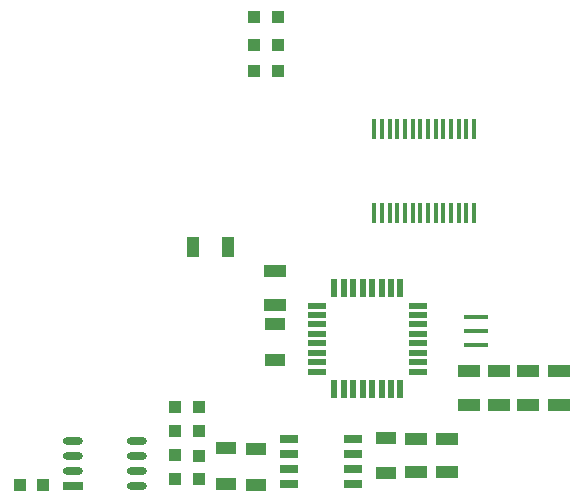
<source format=gbp>
G04*
G04 #@! TF.GenerationSoftware,Altium Limited,Altium Designer,19.1.6 (110)*
G04*
G04 Layer_Color=128*
%FSLAX44Y44*%
%MOMM*%
G71*
G01*
G75*
%ADD19R,1.8000X1.0500*%
%ADD21R,1.7000X0.6500*%
%ADD22O,1.7000X0.6500*%
%ADD27R,1.0500X1.8000*%
%ADD30R,1.8700X1.0300*%
%ADD31R,2.0000X0.4000*%
%ADD32R,1.5250X0.6500*%
%ADD72R,0.4000X1.8000*%
%ADD73R,1.0000X1.0000*%
%ADD74R,0.5000X1.5000*%
%ADD75R,1.5000X0.5000*%
%ADD76R,1.0000X1.0000*%
D19*
X204000Y201000D02*
D03*
Y171000D02*
D03*
X229750Y200500D02*
D03*
Y170500D02*
D03*
X340000Y210000D02*
D03*
Y180000D02*
D03*
X246000Y306000D02*
D03*
Y276000D02*
D03*
D21*
X75000Y168900D02*
D03*
D22*
X129000Y207000D02*
D03*
Y194300D02*
D03*
Y181600D02*
D03*
Y168900D02*
D03*
X75000Y207000D02*
D03*
Y194300D02*
D03*
Y181600D02*
D03*
D27*
X206000Y372000D02*
D03*
X176000D02*
D03*
D30*
X246000Y322600D02*
D03*
Y351000D02*
D03*
X486000Y237800D02*
D03*
Y266200D02*
D03*
X435000Y237800D02*
D03*
Y266200D02*
D03*
X365000Y209400D02*
D03*
Y181000D02*
D03*
X391000Y209400D02*
D03*
Y181000D02*
D03*
X459842Y266200D02*
D03*
Y237800D02*
D03*
X410158D02*
D03*
Y266200D02*
D03*
D31*
X415798Y288736D02*
D03*
Y300736D02*
D03*
Y312736D02*
D03*
D32*
X312120Y209050D02*
D03*
Y196350D02*
D03*
Y183650D02*
D03*
Y170950D02*
D03*
X257880D02*
D03*
Y183650D02*
D03*
Y196350D02*
D03*
Y209050D02*
D03*
D72*
X329750Y400500D02*
D03*
X336250D02*
D03*
X342750D02*
D03*
X349250D02*
D03*
X355750D02*
D03*
X362250D02*
D03*
X368750D02*
D03*
X375250D02*
D03*
X381750D02*
D03*
X388250D02*
D03*
X394750D02*
D03*
X401250D02*
D03*
X407750D02*
D03*
X414250D02*
D03*
Y471500D02*
D03*
X407750D02*
D03*
X401250D02*
D03*
X394750D02*
D03*
X388250D02*
D03*
X381750D02*
D03*
X375250D02*
D03*
X368750D02*
D03*
X362250D02*
D03*
X355750D02*
D03*
X349250D02*
D03*
X342750D02*
D03*
X336250D02*
D03*
X329750D02*
D03*
D73*
X248000Y566000D02*
D03*
X228000D02*
D03*
X248000Y543000D02*
D03*
X228000D02*
D03*
X248000Y521000D02*
D03*
X228000D02*
D03*
X49707Y170000D02*
D03*
X29708D02*
D03*
D74*
X352000Y336500D02*
D03*
X344000D02*
D03*
X336000D02*
D03*
X328000D02*
D03*
X320000D02*
D03*
X312000D02*
D03*
X304000D02*
D03*
X296000D02*
D03*
X296000Y251500D02*
D03*
X304000Y251500D02*
D03*
X312000D02*
D03*
X320000D02*
D03*
X328000Y251500D02*
D03*
X336000D02*
D03*
X344000D02*
D03*
X352000Y251500D02*
D03*
D75*
X281500Y322000D02*
D03*
Y314000D02*
D03*
Y306000D02*
D03*
Y298000D02*
D03*
Y290000D02*
D03*
Y282000D02*
D03*
Y274000D02*
D03*
Y266000D02*
D03*
X366500D02*
D03*
X366500Y274000D02*
D03*
Y282000D02*
D03*
Y290000D02*
D03*
X366500Y298000D02*
D03*
Y306000D02*
D03*
Y314000D02*
D03*
X366500Y322000D02*
D03*
D76*
X181000Y236000D02*
D03*
Y216000D02*
D03*
X161000Y236000D02*
D03*
Y216000D02*
D03*
X161000Y195500D02*
D03*
Y175500D02*
D03*
X181000Y175000D02*
D03*
Y195000D02*
D03*
M02*

</source>
